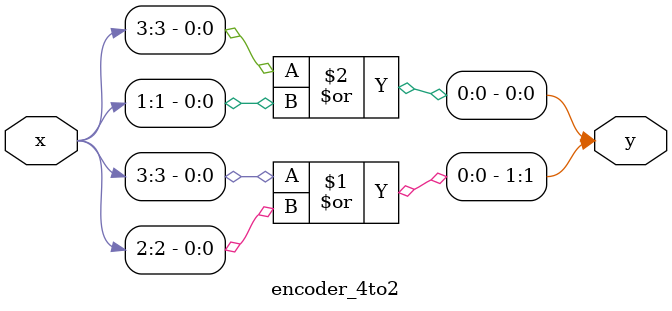
<source format=v>
`timescale 1ns / 1ps



module encoder_4to2(
    input [3:0] x,
    output [1:0] y
    );
    or(y[1],x[3],x[2]);
    or (y[0],x[3],x[1]);
endmodule

</source>
